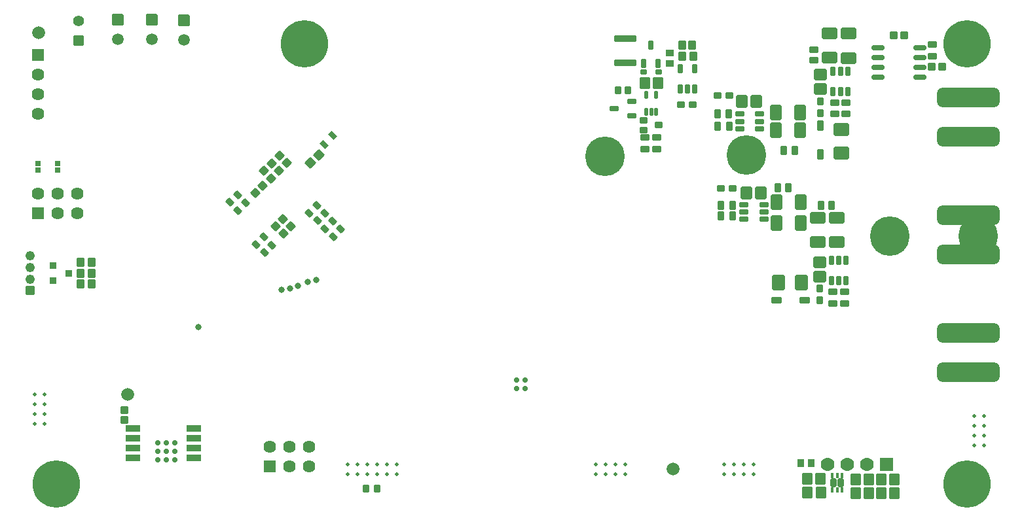
<source format=gbs>
G04*
G04 #@! TF.GenerationSoftware,Altium Limited,Altium Designer,21.7.2 (23)*
G04*
G04 Layer_Color=16711935*
%FSAX25Y25*%
%MOIN*%
G70*
G04*
G04 #@! TF.SameCoordinates,7BBA0914-394B-4DB2-939C-07DA4AAD527A*
G04*
G04*
G04 #@! TF.FilePolarity,Negative*
G04*
G01*
G75*
G04:AMPARAMS|DCode=138|XSize=40.16mil|YSize=32.28mil|CornerRadius=4.43mil|HoleSize=0mil|Usage=FLASHONLY|Rotation=135.000|XOffset=0mil|YOffset=0mil|HoleType=Round|Shape=RoundedRectangle|*
%AMROUNDEDRECTD138*
21,1,0.04016,0.02343,0,0,135.0*
21,1,0.03130,0.03228,0,0,135.0*
1,1,0.00886,-0.00278,0.01935*
1,1,0.00886,0.01935,-0.00278*
1,1,0.00886,0.00278,-0.01935*
1,1,0.00886,-0.01935,0.00278*
%
%ADD138ROUNDEDRECTD138*%
G04:AMPARAMS|DCode=139|XSize=42.13mil|YSize=38.19mil|CornerRadius=4.87mil|HoleSize=0mil|Usage=FLASHONLY|Rotation=270.000|XOffset=0mil|YOffset=0mil|HoleType=Round|Shape=RoundedRectangle|*
%AMROUNDEDRECTD139*
21,1,0.04213,0.02845,0,0,270.0*
21,1,0.03238,0.03819,0,0,270.0*
1,1,0.00974,-0.01422,-0.01619*
1,1,0.00974,-0.01422,0.01619*
1,1,0.00974,0.01422,0.01619*
1,1,0.00974,0.01422,-0.01619*
%
%ADD139ROUNDEDRECTD139*%
G04:AMPARAMS|DCode=140|XSize=40.16mil|YSize=32.28mil|CornerRadius=4.43mil|HoleSize=0mil|Usage=FLASHONLY|Rotation=90.000|XOffset=0mil|YOffset=0mil|HoleType=Round|Shape=RoundedRectangle|*
%AMROUNDEDRECTD140*
21,1,0.04016,0.02343,0,0,90.0*
21,1,0.03130,0.03228,0,0,90.0*
1,1,0.00886,0.01171,0.01565*
1,1,0.00886,0.01171,-0.01565*
1,1,0.00886,-0.01171,-0.01565*
1,1,0.00886,-0.01171,0.01565*
%
%ADD140ROUNDEDRECTD140*%
G04:AMPARAMS|DCode=142|XSize=42.13mil|YSize=36.22mil|CornerRadius=4.72mil|HoleSize=0mil|Usage=FLASHONLY|Rotation=180.000|XOffset=0mil|YOffset=0mil|HoleType=Round|Shape=RoundedRectangle|*
%AMROUNDEDRECTD142*
21,1,0.04213,0.02677,0,0,180.0*
21,1,0.03268,0.03622,0,0,180.0*
1,1,0.00945,-0.01634,0.01339*
1,1,0.00945,0.01634,0.01339*
1,1,0.00945,0.01634,-0.01339*
1,1,0.00945,-0.01634,-0.01339*
%
%ADD142ROUNDEDRECTD142*%
G04:AMPARAMS|DCode=143|XSize=44.09mil|YSize=46.06mil|CornerRadius=5.32mil|HoleSize=0mil|Usage=FLASHONLY|Rotation=135.000|XOffset=0mil|YOffset=0mil|HoleType=Round|Shape=RoundedRectangle|*
%AMROUNDEDRECTD143*
21,1,0.04409,0.03543,0,0,135.0*
21,1,0.03347,0.04606,0,0,135.0*
1,1,0.01063,0.00070,0.02436*
1,1,0.01063,0.02436,0.00070*
1,1,0.01063,-0.00070,-0.02436*
1,1,0.01063,-0.02436,-0.00070*
%
%ADD143ROUNDEDRECTD143*%
G04:AMPARAMS|DCode=151|XSize=42.13mil|YSize=38.19mil|CornerRadius=4.87mil|HoleSize=0mil|Usage=FLASHONLY|Rotation=180.000|XOffset=0mil|YOffset=0mil|HoleType=Round|Shape=RoundedRectangle|*
%AMROUNDEDRECTD151*
21,1,0.04213,0.02845,0,0,180.0*
21,1,0.03238,0.03819,0,0,180.0*
1,1,0.00974,-0.01619,0.01422*
1,1,0.00974,0.01619,0.01422*
1,1,0.00974,0.01619,-0.01422*
1,1,0.00974,-0.01619,-0.01422*
%
%ADD151ROUNDEDRECTD151*%
G04:AMPARAMS|DCode=152|XSize=42.13mil|YSize=38.19mil|CornerRadius=4.87mil|HoleSize=0mil|Usage=FLASHONLY|Rotation=135.000|XOffset=0mil|YOffset=0mil|HoleType=Round|Shape=RoundedRectangle|*
%AMROUNDEDRECTD152*
21,1,0.04213,0.02845,0,0,135.0*
21,1,0.03238,0.03819,0,0,135.0*
1,1,0.00974,-0.00139,0.02151*
1,1,0.00974,0.02151,-0.00139*
1,1,0.00974,0.00139,-0.02151*
1,1,0.00974,-0.02151,0.00139*
%
%ADD152ROUNDEDRECTD152*%
G04:AMPARAMS|DCode=153|XSize=42.13mil|YSize=38.19mil|CornerRadius=4.87mil|HoleSize=0mil|Usage=FLASHONLY|Rotation=45.000|XOffset=0mil|YOffset=0mil|HoleType=Round|Shape=RoundedRectangle|*
%AMROUNDEDRECTD153*
21,1,0.04213,0.02845,0,0,45.0*
21,1,0.03238,0.03819,0,0,45.0*
1,1,0.00974,0.02151,0.00139*
1,1,0.00974,-0.00139,-0.02151*
1,1,0.00974,-0.02151,-0.00139*
1,1,0.00974,0.00139,0.02151*
%
%ADD153ROUNDEDRECTD153*%
G04:AMPARAMS|DCode=164|XSize=61.81mil|YSize=53.94mil|CornerRadius=6.05mil|HoleSize=0mil|Usage=FLASHONLY|Rotation=270.000|XOffset=0mil|YOffset=0mil|HoleType=Round|Shape=RoundedRectangle|*
%AMROUNDEDRECTD164*
21,1,0.06181,0.04183,0,0,270.0*
21,1,0.04970,0.05394,0,0,270.0*
1,1,0.01211,-0.02092,-0.02485*
1,1,0.01211,-0.02092,0.02485*
1,1,0.01211,0.02092,0.02485*
1,1,0.01211,0.02092,-0.02485*
%
%ADD164ROUNDEDRECTD164*%
G04:AMPARAMS|DCode=165|XSize=32.28mil|YSize=38.19mil|CornerRadius=4.43mil|HoleSize=0mil|Usage=FLASHONLY|Rotation=270.000|XOffset=0mil|YOffset=0mil|HoleType=Round|Shape=RoundedRectangle|*
%AMROUNDEDRECTD165*
21,1,0.03228,0.02933,0,0,270.0*
21,1,0.02343,0.03819,0,0,270.0*
1,1,0.00886,-0.01467,-0.01171*
1,1,0.00886,-0.01467,0.01171*
1,1,0.00886,0.01467,0.01171*
1,1,0.00886,0.01467,-0.01171*
%
%ADD165ROUNDEDRECTD165*%
G04:AMPARAMS|DCode=168|XSize=44.09mil|YSize=36.22mil|CornerRadius=4.72mil|HoleSize=0mil|Usage=FLASHONLY|Rotation=90.000|XOffset=0mil|YOffset=0mil|HoleType=Round|Shape=RoundedRectangle|*
%AMROUNDEDRECTD168*
21,1,0.04409,0.02677,0,0,90.0*
21,1,0.03465,0.03622,0,0,90.0*
1,1,0.00945,0.01339,0.01732*
1,1,0.00945,0.01339,-0.01732*
1,1,0.00945,-0.01339,-0.01732*
1,1,0.00945,-0.01339,0.01732*
%
%ADD168ROUNDEDRECTD168*%
%ADD169C,0.06378*%
G04:AMPARAMS|DCode=177|XSize=28.35mil|YSize=46.06mil|CornerRadius=4.13mil|HoleSize=0mil|Usage=FLASHONLY|Rotation=180.000|XOffset=0mil|YOffset=0mil|HoleType=Round|Shape=RoundedRectangle|*
%AMROUNDEDRECTD177*
21,1,0.02835,0.03780,0,0,180.0*
21,1,0.02008,0.04606,0,0,180.0*
1,1,0.00827,-0.01004,0.01890*
1,1,0.00827,0.01004,0.01890*
1,1,0.00827,0.01004,-0.01890*
1,1,0.00827,-0.01004,-0.01890*
%
%ADD177ROUNDEDRECTD177*%
G04:AMPARAMS|DCode=178|XSize=32.28mil|YSize=51.97mil|CornerRadius=4.43mil|HoleSize=0mil|Usage=FLASHONLY|Rotation=180.000|XOffset=0mil|YOffset=0mil|HoleType=Round|Shape=RoundedRectangle|*
%AMROUNDEDRECTD178*
21,1,0.03228,0.04311,0,0,180.0*
21,1,0.02343,0.05197,0,0,180.0*
1,1,0.00886,-0.01171,0.02156*
1,1,0.00886,0.01171,0.02156*
1,1,0.00886,0.01171,-0.02156*
1,1,0.00886,-0.01171,-0.02156*
%
%ADD178ROUNDEDRECTD178*%
G04:AMPARAMS|DCode=183|XSize=32.28mil|YSize=38.19mil|CornerRadius=4.43mil|HoleSize=0mil|Usage=FLASHONLY|Rotation=0.000|XOffset=0mil|YOffset=0mil|HoleType=Round|Shape=RoundedRectangle|*
%AMROUNDEDRECTD183*
21,1,0.03228,0.02933,0,0,0.0*
21,1,0.02343,0.03819,0,0,0.0*
1,1,0.00886,0.01171,-0.01467*
1,1,0.00886,-0.01171,-0.01467*
1,1,0.00886,-0.01171,0.01467*
1,1,0.00886,0.01171,0.01467*
%
%ADD183ROUNDEDRECTD183*%
G04:AMPARAMS|DCode=208|XSize=28.35mil|YSize=44.09mil|CornerRadius=5.32mil|HoleSize=0mil|Usage=FLASHONLY|Rotation=90.000|XOffset=0mil|YOffset=0mil|HoleType=Round|Shape=RoundedRectangle|*
%AMROUNDEDRECTD208*
21,1,0.02835,0.03347,0,0,90.0*
21,1,0.01772,0.04409,0,0,90.0*
1,1,0.01063,0.01673,0.00886*
1,1,0.01063,0.01673,-0.00886*
1,1,0.01063,-0.01673,-0.00886*
1,1,0.01063,-0.01673,0.00886*
%
%ADD208ROUNDEDRECTD208*%
G04:AMPARAMS|DCode=225|XSize=26.38mil|YSize=28.35mil|CornerRadius=3.99mil|HoleSize=0mil|Usage=FLASHONLY|Rotation=0.000|XOffset=0mil|YOffset=0mil|HoleType=Round|Shape=RoundedRectangle|*
%AMROUNDEDRECTD225*
21,1,0.02638,0.02037,0,0,0.0*
21,1,0.01841,0.02835,0,0,0.0*
1,1,0.00797,0.00920,-0.01019*
1,1,0.00797,-0.00920,-0.01019*
1,1,0.00797,-0.00920,0.01019*
1,1,0.00797,0.00920,0.01019*
%
%ADD225ROUNDEDRECTD225*%
G04:AMPARAMS|DCode=229|XSize=44.09mil|YSize=36.22mil|CornerRadius=4.72mil|HoleSize=0mil|Usage=FLASHONLY|Rotation=0.000|XOffset=0mil|YOffset=0mil|HoleType=Round|Shape=RoundedRectangle|*
%AMROUNDEDRECTD229*
21,1,0.04409,0.02677,0,0,0.0*
21,1,0.03465,0.03622,0,0,0.0*
1,1,0.00945,0.01732,-0.01339*
1,1,0.00945,-0.01732,-0.01339*
1,1,0.00945,-0.01732,0.01339*
1,1,0.00945,0.01732,0.01339*
%
%ADD229ROUNDEDRECTD229*%
G04:AMPARAMS|DCode=236|XSize=42.13mil|YSize=36.22mil|CornerRadius=4.72mil|HoleSize=0mil|Usage=FLASHONLY|Rotation=270.000|XOffset=0mil|YOffset=0mil|HoleType=Round|Shape=RoundedRectangle|*
%AMROUNDEDRECTD236*
21,1,0.04213,0.02677,0,0,270.0*
21,1,0.03268,0.03622,0,0,270.0*
1,1,0.00945,-0.01339,-0.01634*
1,1,0.00945,-0.01339,0.01634*
1,1,0.00945,0.01339,0.01634*
1,1,0.00945,0.01339,-0.01634*
%
%ADD236ROUNDEDRECTD236*%
%ADD246R,0.06378X0.06378*%
%ADD247C,0.06969*%
G04:AMPARAMS|DCode=248|XSize=69.69mil|YSize=69.69mil|CornerRadius=7.23mil|HoleSize=0mil|Usage=FLASHONLY|Rotation=0.000|XOffset=0mil|YOffset=0mil|HoleType=Round|Shape=RoundedRectangle|*
%AMROUNDEDRECTD248*
21,1,0.06969,0.05522,0,0,0.0*
21,1,0.05522,0.06969,0,0,0.0*
1,1,0.01447,0.02761,-0.02761*
1,1,0.01447,-0.02761,-0.02761*
1,1,0.01447,-0.02761,0.02761*
1,1,0.01447,0.02761,0.02761*
%
%ADD248ROUNDEDRECTD248*%
%ADD249C,0.20157*%
%ADD250C,0.05591*%
G04:AMPARAMS|DCode=251|XSize=55.91mil|YSize=55.91mil|CornerRadius=6.2mil|HoleSize=0mil|Usage=FLASHONLY|Rotation=270.000|XOffset=0mil|YOffset=0mil|HoleType=Round|Shape=RoundedRectangle|*
%AMROUNDEDRECTD251*
21,1,0.05591,0.04350,0,0,270.0*
21,1,0.04350,0.05591,0,0,270.0*
1,1,0.01240,-0.02175,-0.02175*
1,1,0.01240,-0.02175,0.02175*
1,1,0.01240,0.02175,0.02175*
1,1,0.01240,0.02175,-0.02175*
%
%ADD251ROUNDEDRECTD251*%
%ADD252R,0.06378X0.06378*%
%ADD253C,0.05984*%
G04:AMPARAMS|DCode=254|XSize=59.84mil|YSize=59.84mil|CornerRadius=6.5mil|HoleSize=0mil|Usage=FLASHONLY|Rotation=270.000|XOffset=0mil|YOffset=0mil|HoleType=Round|Shape=RoundedRectangle|*
%AMROUNDEDRECTD254*
21,1,0.05984,0.04685,0,0,270.0*
21,1,0.04685,0.05984,0,0,270.0*
1,1,0.01299,-0.02343,-0.02343*
1,1,0.01299,-0.02343,0.02343*
1,1,0.01299,0.02343,0.02343*
1,1,0.01299,0.02343,-0.02343*
%
%ADD254ROUNDEDRECTD254*%
%ADD255C,0.06575*%
%ADD256C,0.01929*%
%ADD257C,0.04803*%
G04:AMPARAMS|DCode=258|XSize=48.03mil|YSize=48.03mil|CornerRadius=5.61mil|HoleSize=0mil|Usage=FLASHONLY|Rotation=90.000|XOffset=0mil|YOffset=0mil|HoleType=Round|Shape=RoundedRectangle|*
%AMROUNDEDRECTD258*
21,1,0.04803,0.03681,0,0,90.0*
21,1,0.03681,0.04803,0,0,90.0*
1,1,0.01122,0.01841,0.01841*
1,1,0.01122,0.01841,-0.01841*
1,1,0.01122,-0.01841,-0.01841*
1,1,0.01122,-0.01841,0.01841*
%
%ADD258ROUNDEDRECTD258*%
%ADD259C,0.24095*%
%ADD260C,0.02835*%
%ADD261C,0.03162*%
G04:AMPARAMS|DCode=309|XSize=74.8mil|YSize=31.5mil|CornerRadius=2.36mil|HoleSize=0mil|Usage=FLASHONLY|Rotation=180.000|XOffset=0mil|YOffset=0mil|HoleType=Round|Shape=RoundedRectangle|*
%AMROUNDEDRECTD309*
21,1,0.07480,0.02677,0,0,180.0*
21,1,0.07008,0.03150,0,0,180.0*
1,1,0.00472,-0.03504,0.01339*
1,1,0.00472,0.03504,0.01339*
1,1,0.00472,0.03504,-0.01339*
1,1,0.00472,-0.03504,-0.01339*
%
%ADD309ROUNDEDRECTD309*%
G04:AMPARAMS|DCode=321|XSize=35.43mil|YSize=31.5mil|CornerRadius=2.36mil|HoleSize=0mil|Usage=FLASHONLY|Rotation=0.000|XOffset=0mil|YOffset=0mil|HoleType=Round|Shape=RoundedRectangle|*
%AMROUNDEDRECTD321*
21,1,0.03543,0.02677,0,0,0.0*
21,1,0.03071,0.03150,0,0,0.0*
1,1,0.00472,0.01535,-0.01339*
1,1,0.00472,-0.01535,-0.01339*
1,1,0.00472,-0.01535,0.01339*
1,1,0.00472,0.01535,0.01339*
%
%ADD321ROUNDEDRECTD321*%
G04:AMPARAMS|DCode=343|XSize=44.09mil|YSize=40.16mil|CornerRadius=5.02mil|HoleSize=0mil|Usage=FLASHONLY|Rotation=270.000|XOffset=0mil|YOffset=0mil|HoleType=Round|Shape=RoundedRectangle|*
%AMROUNDEDRECTD343*
21,1,0.04409,0.03012,0,0,270.0*
21,1,0.03406,0.04016,0,0,270.0*
1,1,0.01004,-0.01506,-0.01703*
1,1,0.01004,-0.01506,0.01703*
1,1,0.01004,0.01506,0.01703*
1,1,0.01004,0.01506,-0.01703*
%
%ADD343ROUNDEDRECTD343*%
%ADD344O,0.06772X0.02835*%
G04:AMPARAMS|DCode=345|XSize=16.54mil|YSize=28.35mil|CornerRadius=3.25mil|HoleSize=0mil|Usage=FLASHONLY|Rotation=180.000|XOffset=0mil|YOffset=0mil|HoleType=Round|Shape=RoundedRectangle|*
%AMROUNDEDRECTD345*
21,1,0.01654,0.02185,0,0,180.0*
21,1,0.01004,0.02835,0,0,180.0*
1,1,0.00650,-0.00502,0.01093*
1,1,0.00650,0.00502,0.01093*
1,1,0.00650,0.00502,-0.01093*
1,1,0.00650,-0.00502,-0.01093*
%
%ADD345ROUNDEDRECTD345*%
G04:AMPARAMS|DCode=346|XSize=31.1mil|YSize=44.09mil|CornerRadius=4.34mil|HoleSize=0mil|Usage=FLASHONLY|Rotation=180.000|XOffset=0mil|YOffset=0mil|HoleType=Round|Shape=RoundedRectangle|*
%AMROUNDEDRECTD346*
21,1,0.03110,0.03541,0,0,180.0*
21,1,0.02242,0.04409,0,0,180.0*
1,1,0.00868,-0.01121,0.01771*
1,1,0.00868,0.01121,0.01771*
1,1,0.00868,0.01121,-0.01771*
1,1,0.00868,-0.01121,-0.01771*
%
%ADD346ROUNDEDRECTD346*%
G04:AMPARAMS|DCode=347|XSize=32.28mil|YSize=40.16mil|CornerRadius=4.43mil|HoleSize=0mil|Usage=FLASHONLY|Rotation=270.000|XOffset=0mil|YOffset=0mil|HoleType=Round|Shape=RoundedRectangle|*
%AMROUNDEDRECTD347*
21,1,0.03228,0.03130,0,0,270.0*
21,1,0.02343,0.04016,0,0,270.0*
1,1,0.00886,-0.01565,-0.01171*
1,1,0.00886,-0.01565,0.01171*
1,1,0.00886,0.01565,0.01171*
1,1,0.00886,0.01565,-0.01171*
%
%ADD347ROUNDEDRECTD347*%
G04:AMPARAMS|DCode=348|XSize=103.15mil|YSize=319.69mil|CornerRadius=31.89mil|HoleSize=0mil|Usage=FLASHONLY|Rotation=90.000|XOffset=0mil|YOffset=0mil|HoleType=Round|Shape=RoundedRectangle|*
%AMROUNDEDRECTD348*
21,1,0.10315,0.25591,0,0,90.0*
21,1,0.03937,0.31969,0,0,90.0*
1,1,0.06378,0.12795,0.01968*
1,1,0.06378,0.12795,-0.01968*
1,1,0.06378,-0.12795,-0.01968*
1,1,0.06378,-0.12795,0.01968*
%
%ADD348ROUNDEDRECTD348*%
G04:AMPARAMS|DCode=349|XSize=111.02mil|YSize=34.25mil|CornerRadius=4.58mil|HoleSize=0mil|Usage=FLASHONLY|Rotation=180.000|XOffset=0mil|YOffset=0mil|HoleType=Round|Shape=RoundedRectangle|*
%AMROUNDEDRECTD349*
21,1,0.11102,0.02510,0,0,180.0*
21,1,0.10187,0.03425,0,0,180.0*
1,1,0.00915,-0.05094,0.01255*
1,1,0.00915,0.05094,0.01255*
1,1,0.00915,0.05094,-0.01255*
1,1,0.00915,-0.05094,-0.01255*
%
%ADD349ROUNDEDRECTD349*%
G04:AMPARAMS|DCode=350|XSize=24.41mil|YSize=36.22mil|CornerRadius=3.84mil|HoleSize=0mil|Usage=FLASHONLY|Rotation=90.000|XOffset=0mil|YOffset=0mil|HoleType=Round|Shape=RoundedRectangle|*
%AMROUNDEDRECTD350*
21,1,0.02441,0.02854,0,0,90.0*
21,1,0.01673,0.03622,0,0,90.0*
1,1,0.00768,0.01427,0.00837*
1,1,0.00768,0.01427,-0.00837*
1,1,0.00768,-0.01427,-0.00837*
1,1,0.00768,-0.01427,0.00837*
%
%ADD350ROUNDEDRECTD350*%
G04:AMPARAMS|DCode=351|XSize=38.19mil|YSize=32.28mil|CornerRadius=4.43mil|HoleSize=0mil|Usage=FLASHONLY|Rotation=90.000|XOffset=0mil|YOffset=0mil|HoleType=Round|Shape=RoundedRectangle|*
%AMROUNDEDRECTD351*
21,1,0.03819,0.02343,0,0,90.0*
21,1,0.02933,0.03228,0,0,90.0*
1,1,0.00886,0.01171,0.01467*
1,1,0.00886,0.01171,-0.01467*
1,1,0.00886,-0.01171,-0.01467*
1,1,0.00886,-0.01171,0.01467*
%
%ADD351ROUNDEDRECTD351*%
G04:AMPARAMS|DCode=352|XSize=20.47mil|YSize=38.19mil|CornerRadius=4.33mil|HoleSize=0mil|Usage=FLASHONLY|Rotation=0.000|XOffset=0mil|YOffset=0mil|HoleType=Round|Shape=RoundedRectangle|*
%AMROUNDEDRECTD352*
21,1,0.02047,0.02953,0,0,0.0*
21,1,0.01181,0.03819,0,0,0.0*
1,1,0.00866,0.00591,-0.01476*
1,1,0.00866,-0.00591,-0.01476*
1,1,0.00866,-0.00591,0.01476*
1,1,0.00866,0.00591,0.01476*
%
%ADD352ROUNDEDRECTD352*%
G04:AMPARAMS|DCode=353|XSize=32.28mil|YSize=51.97mil|CornerRadius=4.43mil|HoleSize=0mil|Usage=FLASHONLY|Rotation=270.000|XOffset=0mil|YOffset=0mil|HoleType=Round|Shape=RoundedRectangle|*
%AMROUNDEDRECTD353*
21,1,0.03228,0.04311,0,0,270.0*
21,1,0.02343,0.05197,0,0,270.0*
1,1,0.00886,-0.02156,-0.01171*
1,1,0.00886,-0.02156,0.01171*
1,1,0.00886,0.02156,0.01171*
1,1,0.00886,0.02156,-0.01171*
%
%ADD353ROUNDEDRECTD353*%
G04:AMPARAMS|DCode=354|XSize=79.53mil|YSize=57.87mil|CornerRadius=6.35mil|HoleSize=0mil|Usage=FLASHONLY|Rotation=270.000|XOffset=0mil|YOffset=0mil|HoleType=Round|Shape=RoundedRectangle|*
%AMROUNDEDRECTD354*
21,1,0.07953,0.04518,0,0,270.0*
21,1,0.06683,0.05787,0,0,270.0*
1,1,0.01270,-0.02259,-0.03342*
1,1,0.01270,-0.02259,0.03342*
1,1,0.01270,0.02259,0.03342*
1,1,0.01270,0.02259,-0.03342*
%
%ADD354ROUNDEDRECTD354*%
G04:AMPARAMS|DCode=355|XSize=63.78mil|YSize=59.84mil|CornerRadius=6.5mil|HoleSize=0mil|Usage=FLASHONLY|Rotation=0.000|XOffset=0mil|YOffset=0mil|HoleType=Round|Shape=RoundedRectangle|*
%AMROUNDEDRECTD355*
21,1,0.06378,0.04685,0,0,0.0*
21,1,0.05079,0.05984,0,0,0.0*
1,1,0.01299,0.02539,-0.02343*
1,1,0.01299,-0.02539,-0.02343*
1,1,0.01299,-0.02539,0.02343*
1,1,0.01299,0.02539,0.02343*
%
%ADD355ROUNDEDRECTD355*%
G04:AMPARAMS|DCode=356|XSize=42.13mil|YSize=26.38mil|CornerRadius=3.99mil|HoleSize=0mil|Usage=FLASHONLY|Rotation=315.000|XOffset=0mil|YOffset=0mil|HoleType=Round|Shape=RoundedRectangle|*
%AMROUNDEDRECTD356*
21,1,0.04213,0.01841,0,0,315.0*
21,1,0.03415,0.02638,0,0,315.0*
1,1,0.00797,0.00557,-0.01858*
1,1,0.00797,-0.01858,0.00557*
1,1,0.00797,-0.00557,0.01858*
1,1,0.00797,0.01858,-0.00557*
%
%ADD356ROUNDEDRECTD356*%
G04:AMPARAMS|DCode=357|XSize=46.06mil|YSize=42.13mil|CornerRadius=5.17mil|HoleSize=0mil|Usage=FLASHONLY|Rotation=90.000|XOffset=0mil|YOffset=0mil|HoleType=Round|Shape=RoundedRectangle|*
%AMROUNDEDRECTD357*
21,1,0.04606,0.03179,0,0,90.0*
21,1,0.03573,0.04213,0,0,90.0*
1,1,0.01034,0.01590,0.01786*
1,1,0.01034,0.01590,-0.01786*
1,1,0.01034,-0.01590,-0.01786*
1,1,0.01034,-0.01590,0.01786*
%
%ADD357ROUNDEDRECTD357*%
G04:AMPARAMS|DCode=358|XSize=46.06mil|YSize=40.16mil|CornerRadius=5.02mil|HoleSize=0mil|Usage=FLASHONLY|Rotation=270.000|XOffset=0mil|YOffset=0mil|HoleType=Round|Shape=RoundedRectangle|*
%AMROUNDEDRECTD358*
21,1,0.04606,0.03012,0,0,270.0*
21,1,0.03602,0.04016,0,0,270.0*
1,1,0.01004,-0.01506,-0.01801*
1,1,0.01004,-0.01506,0.01801*
1,1,0.01004,0.01506,0.01801*
1,1,0.01004,0.01506,-0.01801*
%
%ADD358ROUNDEDRECTD358*%
G04:AMPARAMS|DCode=359|XSize=28.35mil|YSize=44.09mil|CornerRadius=5.32mil|HoleSize=0mil|Usage=FLASHONLY|Rotation=180.000|XOffset=0mil|YOffset=0mil|HoleType=Round|Shape=RoundedRectangle|*
%AMROUNDEDRECTD359*
21,1,0.02835,0.03347,0,0,180.0*
21,1,0.01772,0.04409,0,0,180.0*
1,1,0.01063,-0.00886,0.01673*
1,1,0.01063,0.00886,0.01673*
1,1,0.01063,0.00886,-0.01673*
1,1,0.01063,-0.00886,-0.01673*
%
%ADD359ROUNDEDRECTD359*%
G04:AMPARAMS|DCode=360|XSize=28.35mil|YSize=46.06mil|CornerRadius=4.13mil|HoleSize=0mil|Usage=FLASHONLY|Rotation=90.000|XOffset=0mil|YOffset=0mil|HoleType=Round|Shape=RoundedRectangle|*
%AMROUNDEDRECTD360*
21,1,0.02835,0.03780,0,0,90.0*
21,1,0.02008,0.04606,0,0,90.0*
1,1,0.00827,0.01890,0.01004*
1,1,0.00827,0.01890,-0.01004*
1,1,0.00827,-0.01890,-0.01004*
1,1,0.00827,-0.01890,0.01004*
%
%ADD360ROUNDEDRECTD360*%
G04:AMPARAMS|DCode=361|XSize=79.53mil|YSize=63.78mil|CornerRadius=6.79mil|HoleSize=0mil|Usage=FLASHONLY|Rotation=90.000|XOffset=0mil|YOffset=0mil|HoleType=Round|Shape=RoundedRectangle|*
%AMROUNDEDRECTD361*
21,1,0.07953,0.05020,0,0,90.0*
21,1,0.06594,0.06378,0,0,90.0*
1,1,0.01358,0.02510,0.03297*
1,1,0.01358,0.02510,-0.03297*
1,1,0.01358,-0.02510,-0.03297*
1,1,0.01358,-0.02510,0.03297*
%
%ADD361ROUNDEDRECTD361*%
G04:AMPARAMS|DCode=362|XSize=63.78mil|YSize=59.84mil|CornerRadius=6.5mil|HoleSize=0mil|Usage=FLASHONLY|Rotation=270.000|XOffset=0mil|YOffset=0mil|HoleType=Round|Shape=RoundedRectangle|*
%AMROUNDEDRECTD362*
21,1,0.06378,0.04685,0,0,270.0*
21,1,0.05079,0.05984,0,0,270.0*
1,1,0.01299,-0.02343,-0.02539*
1,1,0.01299,-0.02343,0.02539*
1,1,0.01299,0.02343,0.02539*
1,1,0.01299,0.02343,-0.02539*
%
%ADD362ROUNDEDRECTD362*%
G04:AMPARAMS|DCode=363|XSize=79.53mil|YSize=57.87mil|CornerRadius=6.35mil|HoleSize=0mil|Usage=FLASHONLY|Rotation=0.000|XOffset=0mil|YOffset=0mil|HoleType=Round|Shape=RoundedRectangle|*
%AMROUNDEDRECTD363*
21,1,0.07953,0.04518,0,0,0.0*
21,1,0.06683,0.05787,0,0,0.0*
1,1,0.01270,0.03342,-0.02259*
1,1,0.01270,-0.03342,-0.02259*
1,1,0.01270,-0.03342,0.02259*
1,1,0.01270,0.03342,0.02259*
%
%ADD363ROUNDEDRECTD363*%
G04:AMPARAMS|DCode=364|XSize=79.53mil|YSize=63.78mil|CornerRadius=6.79mil|HoleSize=0mil|Usage=FLASHONLY|Rotation=180.000|XOffset=0mil|YOffset=0mil|HoleType=Round|Shape=RoundedRectangle|*
%AMROUNDEDRECTD364*
21,1,0.07953,0.05020,0,0,180.0*
21,1,0.06594,0.06378,0,0,180.0*
1,1,0.01358,-0.03297,0.02510*
1,1,0.01358,0.03297,0.02510*
1,1,0.01358,0.03297,-0.02510*
1,1,0.01358,-0.03297,-0.02510*
%
%ADD364ROUNDEDRECTD364*%
D138*
X0196083Y0445000D02*
D03*
X0199980Y0448898D02*
D03*
X0232500Y0443721D02*
D03*
X0236398Y0447618D02*
D03*
X0236634Y0439784D02*
D03*
X0240531Y0443681D02*
D03*
X0244606Y0431713D02*
D03*
X0248504Y0435610D02*
D03*
X0240571Y0435748D02*
D03*
X0244468Y0439646D02*
D03*
X0213563Y0427342D02*
D03*
X0209665Y0423445D02*
D03*
X0209429Y0431476D02*
D03*
X0205532Y0427579D02*
D03*
X0196043Y0453031D02*
D03*
X0192146Y0449134D02*
D03*
D139*
X0535433Y0534154D02*
D03*
X0530118D02*
D03*
X0549311Y0518209D02*
D03*
X0554626D02*
D03*
D140*
X0267028Y0303346D02*
D03*
X0261516D02*
D03*
D142*
X0415945Y0520079D02*
D03*
X0415945Y0525394D02*
D03*
D143*
X0237324Y0473348D02*
D03*
X0233148Y0469172D02*
D03*
D151*
X0138386Y0338090D02*
D03*
Y0343406D02*
D03*
D152*
X0205011Y0453829D02*
D03*
X0208769Y0457588D02*
D03*
X0223139Y0437017D02*
D03*
X0219381Y0433259D02*
D03*
X0219202Y0440659D02*
D03*
X0215444Y0436900D02*
D03*
D153*
X0217412Y0472844D02*
D03*
X0221170Y0469086D02*
D03*
X0213278Y0469005D02*
D03*
X0217037Y0465247D02*
D03*
X0209440Y0465167D02*
D03*
X0213198Y0461408D02*
D03*
D164*
X0403346Y0509941D02*
D03*
X0410039Y0509941D02*
D03*
X0510728Y0308071D02*
D03*
X0517421Y0308071D02*
D03*
X0523622Y0308071D02*
D03*
X0530315Y0308071D02*
D03*
X0523652Y0300970D02*
D03*
X0530345Y0300970D02*
D03*
X0510728Y0300984D02*
D03*
X0517421Y0300984D02*
D03*
X0486221Y0301083D02*
D03*
X0492913Y0301083D02*
D03*
X0486186Y0308184D02*
D03*
X0492879Y0308184D02*
D03*
D165*
X0446358Y0503642D02*
D03*
X0440256D02*
D03*
X0448130Y0456398D02*
D03*
X0442028D02*
D03*
X0427756Y0499016D02*
D03*
X0421654D02*
D03*
D168*
X0470965Y0456595D02*
D03*
X0476476D02*
D03*
X0493012Y0447736D02*
D03*
X0498524D02*
D03*
X0442206Y0447713D02*
D03*
X0448112D02*
D03*
X0442206Y0442398D02*
D03*
X0448112D02*
D03*
X0446260Y0487992D02*
D03*
X0440354D02*
D03*
X0440256Y0494095D02*
D03*
X0446161D02*
D03*
X0474213Y0475689D02*
D03*
X0479724D02*
D03*
D169*
X0094390Y0494370D02*
D03*
Y0504370D02*
D03*
Y0514370D02*
D03*
X0114429Y0453504D02*
D03*
Y0443504D02*
D03*
X0104429Y0453504D02*
D03*
Y0443504D02*
D03*
X0094429Y0453504D02*
D03*
X0212441Y0324665D02*
D03*
X0222441Y0314665D02*
D03*
Y0324665D02*
D03*
X0232441Y0314665D02*
D03*
Y0324665D02*
D03*
D177*
X0402756Y0520079D02*
D03*
X0410236Y0520079D02*
D03*
X0406496Y0529134D02*
D03*
D178*
X0492717Y0488189D02*
D03*
X0492717Y0473622D02*
D03*
D183*
X0492717Y0500689D02*
D03*
Y0494587D02*
D03*
X0492421Y0405217D02*
D03*
Y0399114D02*
D03*
D208*
X0463930Y0440557D02*
D03*
X0453693Y0448037D02*
D03*
X0453693Y0440557D02*
D03*
X0463930Y0448037D02*
D03*
Y0444297D02*
D03*
X0453693Y0444297D02*
D03*
X0461841Y0486614D02*
D03*
X0451605Y0494095D02*
D03*
Y0486614D02*
D03*
X0461841Y0494095D02*
D03*
X0461841Y0490354D02*
D03*
X0451605Y0490354D02*
D03*
D225*
X0104429Y0468898D02*
D03*
Y0465551D02*
D03*
X0094390Y0468799D02*
D03*
Y0465453D02*
D03*
D229*
X0549902Y0529528D02*
D03*
X0549902Y0523622D02*
D03*
X0403543Y0476181D02*
D03*
Y0482087D02*
D03*
X0409252Y0476181D02*
D03*
Y0482087D02*
D03*
X0499176Y0397725D02*
D03*
X0499176Y0403631D02*
D03*
X0505082Y0397725D02*
D03*
X0505082Y0403631D02*
D03*
X0500197Y0494095D02*
D03*
X0500197Y0500000D02*
D03*
X0505709Y0494095D02*
D03*
Y0500000D02*
D03*
X0489272Y0521457D02*
D03*
Y0526968D02*
D03*
D236*
X0487992Y0316142D02*
D03*
X0482677D02*
D03*
D246*
X0094390Y0524370D02*
D03*
D247*
X0516260Y0315453D02*
D03*
X0506260D02*
D03*
X0496260D02*
D03*
D248*
X0526260D02*
D03*
D249*
X0455118Y0473327D02*
D03*
X0528150Y0431791D02*
D03*
X0573150Y0431791D02*
D03*
X0383169Y0472638D02*
D03*
D250*
X0115157Y0541437D02*
D03*
D251*
Y0531595D02*
D03*
D252*
X0094429Y0443504D02*
D03*
X0212441Y0314665D02*
D03*
D253*
X0134941Y0532205D02*
D03*
X0168701Y0532008D02*
D03*
X0152264Y0532106D02*
D03*
D254*
X0134941Y0542205D02*
D03*
X0168701Y0542008D02*
D03*
X0152264Y0542106D02*
D03*
D255*
X0417815Y0313189D02*
D03*
X0094587Y0535728D02*
D03*
X0140059Y0351083D02*
D03*
D256*
X0378327Y0315492D02*
D03*
Y0310492D02*
D03*
X0383327Y0315492D02*
D03*
Y0310492D02*
D03*
X0388327Y0315492D02*
D03*
Y0310492D02*
D03*
X0393327Y0315492D02*
D03*
Y0310492D02*
D03*
X0252067Y0315492D02*
D03*
Y0310492D02*
D03*
X0257067Y0315492D02*
D03*
Y0310492D02*
D03*
X0262067Y0315492D02*
D03*
Y0310492D02*
D03*
X0267067Y0315492D02*
D03*
Y0310492D02*
D03*
X0272067Y0315492D02*
D03*
Y0310492D02*
D03*
X0277067Y0315492D02*
D03*
Y0310492D02*
D03*
X0458681D02*
D03*
Y0315492D02*
D03*
X0453681Y0310492D02*
D03*
Y0315492D02*
D03*
X0448681Y0310492D02*
D03*
Y0315492D02*
D03*
X0443681Y0310492D02*
D03*
Y0315492D02*
D03*
X0092677Y0336299D02*
D03*
X0097677D02*
D03*
X0092677Y0341299D02*
D03*
X0097677D02*
D03*
X0092677Y0346299D02*
D03*
X0097677D02*
D03*
X0092677Y0351299D02*
D03*
X0097677D02*
D03*
X0571122Y0325177D02*
D03*
X0576122D02*
D03*
X0571122Y0330177D02*
D03*
X0576122D02*
D03*
X0571122Y0335177D02*
D03*
X0576122D02*
D03*
X0571122Y0340177D02*
D03*
X0576122D02*
D03*
D257*
X0090522Y0421836D02*
D03*
Y0415931D02*
D03*
Y0410025D02*
D03*
D258*
Y0404120D02*
D03*
D259*
X0567323Y0305610D02*
D03*
Y0530020D02*
D03*
X0230020D02*
D03*
X0103839Y0305610D02*
D03*
D260*
X0338090Y0358465D02*
D03*
X0342421Y0358465D02*
D03*
X0338091Y0354134D02*
D03*
X0342421Y0354134D02*
D03*
X0155315Y0318012D02*
D03*
Y0322342D02*
D03*
Y0326673D02*
D03*
X0159646Y0318012D02*
D03*
X0159646Y0322342D02*
D03*
X0159646Y0326673D02*
D03*
X0163976Y0318012D02*
D03*
X0163976Y0322342D02*
D03*
X0163976Y0326673D02*
D03*
D261*
X0231594Y0408661D02*
D03*
X0236221Y0409744D02*
D03*
X0218307Y0404429D02*
D03*
X0226870Y0406693D02*
D03*
X0222736Y0405315D02*
D03*
X0176134Y0385630D02*
D03*
D309*
X0142717Y0333780D02*
D03*
Y0328780D02*
D03*
X0142717Y0323780D02*
D03*
X0142717Y0318779D02*
D03*
X0173819D02*
D03*
Y0323780D02*
D03*
Y0328780D02*
D03*
Y0333780D02*
D03*
D321*
X0102038Y0409336D02*
D03*
Y0416817D02*
D03*
X0109912Y0413076D02*
D03*
D343*
X0427461Y0529232D02*
D03*
X0422342D02*
D03*
D344*
X0543307Y0528071D02*
D03*
Y0523071D02*
D03*
Y0518071D02*
D03*
Y0513071D02*
D03*
X0522047Y0528071D02*
D03*
X0522047Y0523071D02*
D03*
X0522047Y0518071D02*
D03*
X0522047Y0513071D02*
D03*
D345*
X0498721Y0302579D02*
D03*
Y0310051D02*
D03*
X0501279Y0310020D02*
D03*
X0503839D02*
D03*
X0501279Y0302579D02*
D03*
X0503839D02*
D03*
D346*
X0499350Y0306299D02*
D03*
X0503209D02*
D03*
D347*
X0410335Y0488484D02*
D03*
X0402854Y0491043D02*
D03*
Y0485925D02*
D03*
D348*
X0568012Y0362488D02*
D03*
Y0382488D02*
D03*
Y0422488D02*
D03*
X0568012Y0442488D02*
D03*
Y0482488D02*
D03*
X0568012Y0502488D02*
D03*
D349*
X0393504Y0520275D02*
D03*
X0393504Y0532677D02*
D03*
D350*
X0402658Y0515551D02*
D03*
X0410531Y0515551D02*
D03*
D351*
X0394685Y0506299D02*
D03*
X0389764Y0506299D02*
D03*
D352*
X0409154Y0504035D02*
D03*
X0404035Y0504036D02*
D03*
X0404035Y0495177D02*
D03*
X0406594D02*
D03*
X0409154D02*
D03*
D353*
X0470276Y0399114D02*
D03*
X0484843Y0399114D02*
D03*
D354*
X0470374Y0438681D02*
D03*
X0482776Y0438681D02*
D03*
X0482382Y0494882D02*
D03*
X0469980Y0494882D02*
D03*
X0469980Y0485925D02*
D03*
X0482382Y0485925D02*
D03*
X0470472Y0449114D02*
D03*
X0482874D02*
D03*
D355*
X0492421Y0411122D02*
D03*
X0492421Y0418602D02*
D03*
X0492618Y0514272D02*
D03*
Y0506791D02*
D03*
D356*
X0244550Y0483133D02*
D03*
X0240096Y0478678D02*
D03*
D357*
X0115916Y0412978D02*
D03*
X0121625D02*
D03*
D358*
X0115916Y0407466D02*
D03*
X0121624D02*
D03*
X0115916Y0418588D02*
D03*
X0121625Y0418588D02*
D03*
X0422342Y0523425D02*
D03*
X0428051Y0523425D02*
D03*
D359*
X0428839Y0517126D02*
D03*
X0421358Y0506890D02*
D03*
X0425098D02*
D03*
X0428839D02*
D03*
X0421358Y0517126D02*
D03*
X0505771Y0419477D02*
D03*
X0498290Y0409241D02*
D03*
X0502031Y0409241D02*
D03*
X0505771Y0409241D02*
D03*
X0498290Y0419477D02*
D03*
X0502031Y0419477D02*
D03*
X0502953Y0515846D02*
D03*
X0499213Y0515846D02*
D03*
X0506693Y0505610D02*
D03*
X0502953D02*
D03*
X0499213D02*
D03*
X0506693Y0515846D02*
D03*
D360*
X0396752Y0493110D02*
D03*
X0396752Y0500591D02*
D03*
X0387697Y0496850D02*
D03*
D361*
X0483071Y0408366D02*
D03*
X0471260D02*
D03*
D362*
X0455071Y0454041D02*
D03*
X0462552D02*
D03*
X0452658Y0500591D02*
D03*
X0460138Y0500591D02*
D03*
D363*
X0491437Y0428937D02*
D03*
X0491437Y0441339D02*
D03*
X0500948Y0441327D02*
D03*
X0500948Y0428926D02*
D03*
X0507087Y0522736D02*
D03*
X0507087Y0535138D02*
D03*
X0497539Y0535236D02*
D03*
X0497539Y0522835D02*
D03*
D364*
X0503543Y0474311D02*
D03*
X0503543Y0486122D02*
D03*
M02*

</source>
